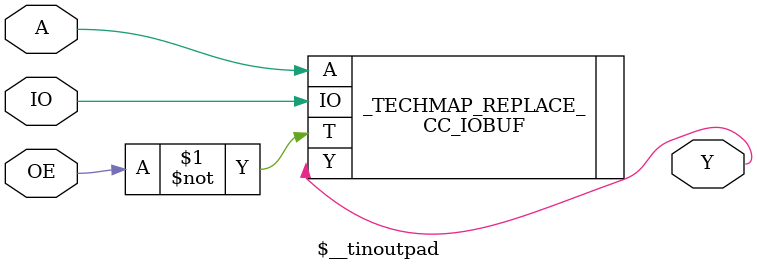
<source format=v>
/*
 *  yosys -- Yosys Open SYnthesis Suite
 *
 *  Copyright (C) 2021  Cologne Chip AG <support@colognechip.com>
 *
 *  Permission to use, copy, modify, and/or distribute this software for any
 *  purpose with or without fee is hereby granted, provided that the above
 *  copyright notice and this permission notice appear in all copies.
 *
 *  THE SOFTWARE IS PROVIDED "AS IS" AND THE AUTHOR DISCLAIMS ALL WARRANTIES
 *  WITH REGARD TO THIS SOFTWARE INCLUDING ALL IMPLIED WARRANTIES OF
 *  MERCHANTABILITY AND FITNESS. IN NO EVENT SHALL THE AUTHOR BE LIABLE FOR
 *  ANY SPECIAL, DIRECT, INDIRECT, OR CONSEQUENTIAL DAMAGES OR ANY DAMAGES
 *  WHATSOEVER RESULTING FROM LOSS OF USE, DATA OR PROFITS, WHETHER IN AN
 *  ACTION OF CONTRACT, NEGLIGENCE OR OTHER TORTIOUS ACTION, ARISING OUT OF
 *  OR IN CONNECTION WITH THE USE OR PERFORMANCE OF THIS SOFTWARE.
 *
 */

module \$__inpad (input I, output Y);
	CC_IBUF /*#(
		.PIN_NAME("UNPLACED"),
		.V_IO("UNDEFINED"),
		.PULLUP(1'bx),
		.PULLDOWN(1'bx),
		.KEEPER(1'bx),
		.SCHMITT_TRIGGER(1'bx),
		.DELAY_IBF(4'bx),
		.FF_IBF(1'bx)
	)*/ _TECHMAP_REPLACE_ (
		.I(I),
		.Y(Y)
	);
endmodule

module \$__outpad (input A, output O);
	CC_OBUF /*#(
		.PIN_NAME("UNPLACED"),
		.V_IO("UNDEFINED"),
		.SLEW("UNDEFINED"),
		.DRIVE(1'bx),
		.DELAY_OBF(4'bx),
		.FF_OBF(1'bx)
	)*/ _TECHMAP_REPLACE_ (
		.A(A),
		.O(O)
	);
endmodule

module \$__toutpad (input A, input OE, output O);
	CC_TOBUF /*#(
		.PIN_NAME("UNPLACED"),
		.V_IO("UNDEFINED"),
		.SLEW("UNDEFINED"),
		.DRIVE(1'bx),
		.PULLUP(1'bx),
		.PULLDOWN(1'bx),
		.KEEPER(1'bx),
		.DELAY_OBF(4'bx),
		.FF_OBF(1'bx)
	)*/ _TECHMAP_REPLACE_ (
		.A(A),
		.T(~OE),
		.O(O)
	);
endmodule

module \$__tinoutpad (input A, input OE, inout IO, output Y);
	CC_IOBUF /*#(
		.PIN_NAME("UNPLACED"),
		.V_IO("UNDEFINED"),
		.SLEW("UNDEFINED"),
		.DRIVE(1'bx),
		.PULLUP(1'bx),
		.PULLDOWN(1'bx),
		.KEEPER(1'bx),
		.SCHMITT_TRIGGER(1'bx),
		.DELAY_IBF(4'bx),
		.DELAY_OBF(4'bx),
		.FF_IBF(1'bx),
		.FF_OBF(1'bx)
	)*/ _TECHMAP_REPLACE_ (
		.A(A),
		.T(~OE),
		.IO(IO),
		.Y(Y)
	);
endmodule

</source>
